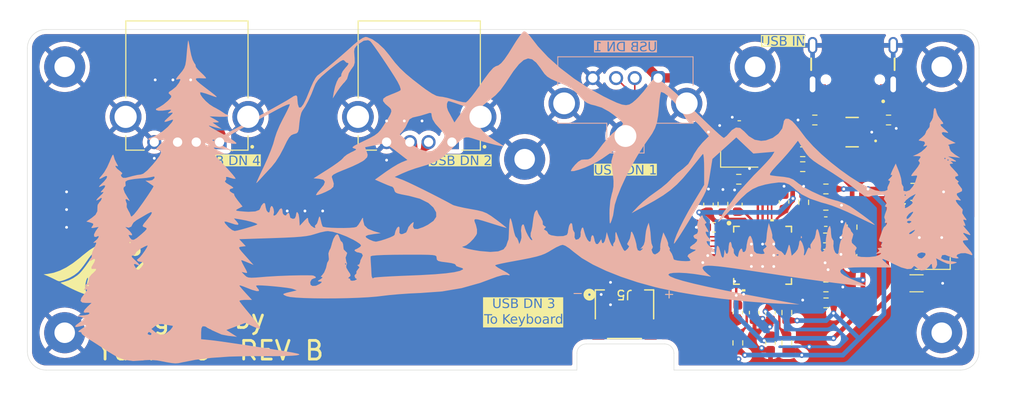
<source format=kicad_pcb>
(kicad_pcb (version 20240108) (generator "pcbnew") (generator_version "8.0")
  (layers (0 "F.Cu" signal) (1 "In1.Cu" signal) (2 "In2.Cu" signal) (31 "B.Cu" signal) (34 "B.Paste" user) (35 "F.Paste" user) (36 "B.SilkS" user "B.Silkscreen") (37 "F.SilkS" user "F.Silkscreen") (38 "B.Mask" user) (39 "F.Mask" user) (44 "Edge.Cuts" user))
  (net 0 "")
  (net 1 "GND")
  (net 2 "/XTALIN")
  (net 3 "/XTALOUT")
  (net 4 "+5V")
  (net 5 "+3V3")
  (net 6 "Net-(U1-PRTPWR1{slash}BC_EN1)")
  (net 7 "Net-(U1-PRTPWR2{slash}BC_EN2)")
  (net 8 "Net-(U1-PRTPWR3{slash}BC_EN3)")
  (net 9 "Net-(U1-PRTPWR4{slash}BC_EN4)")
  (net 10 "/USB_UP_RES_N")
  (net 11 "Net-(U1-HS_IND{slash}CFG_SEL1)")
  (net 12 "Net-(U1-SCL{slash}SMBCLK{slash}CFG_SEL0)")
  (net 13 "Net-(U1-SDA{slash}SMBDATA{slash}NON_REM1)")
  (net 14 "/RESET_N")
  (net 15 "/VBUS_DET")
  (net 16 "Net-(U1-SUSP_IND{slash}LOCAL_PWR{slash}NON_REM0)")
  (net 17 "Net-(U1-RBIAS)")
  (net 18 "Net-(J1-CC2)")
  (net 19 "Net-(J1-CC1)")
  (net 20 "Net-(U1-PLLFILT)")
  (net 21 "Net-(U1-CRFILT)")
  (net 22 "/USB_UP_RES_P")
  (net 24 "/USB_UP_P")
  (net 26 "/USB_UP_N")
  (net 31 "/USB_DOWN3_N")
  (net 32 "/USB_DOWN3_P")
  (net 33 "/USB_DOWN4_N")
  (net 34 "/USB_DOWN4_P")
  (net 35 "/USB_DOWN1_P")
  (net 36 "/USB_DOWN1_N")
  (net 37 "/USB_DOWN2_P")
  (net 38 "/USB_DOWN2_N")
  (footprint "Capacitor_SMD:C_0603_1608Metric" (layer "F.Cu") (at 161 57.25 90)
    (property "Reference" "C15" (hide yes))
    (property "Value" "1 uF")
  )
  (footprint "Resistor_SMD:R_0603_1608Metric" (layer "F.Cu") (at 173.5689 60.84)
    (property "Reference" "R6" (hide yes))
    (property "Value" "100K")
  )
  (footprint "MountingHole:MountingHole_2.2mm_M2_Pad" (layer "F.Cu") (at 92 42.5)
    (property "Reference" "H3" (hide yes))
    (property "Value" "MountingHole_Pad" (hide yes))
  )
  (footprint "MountingHole:MountingHole_2.2mm_M2_Pad" (layer "F.Cu") (at 92 71)
    (property "Reference" "H6" (hide yes))
    (property "Value" "MountingHole_Pad")
  )
  (footprint "USB4105_GF_A(2):GCT_USB4105-GF-A" (layer "F.Cu") (at 176.4775 40.2 180)
    (property "Reference" "J1" (hide yes))
    (property "Value" "USB4105-GF-A")
  )
  (footprint "UE27AC54100:AMPHENOL_UE27AC54100" (layer "F.Cu") (at 130 50.57 180)
    (property "Reference" "J3" (hide yes))
    (property "Value" "UE27AC54100")
  )
  (footprint "SM04B:CONN_SM04B-SRSS-TB_JST" (layer "F.Cu") (at 152 69.0159 180)
    (property "Reference" "J5")
    (property "Value" "SM04B-SRSS-TB")
  )
  (footprint "Capacitor_SMD:C_0603_1608Metric" (layer "F.Cu") (at 173.5839 64.38)
    (property "Reference" "C5" (hide yes))
    (property "Value" "0.1 uF")
  )
  (footprint "USB2514_AEZC_TR:QFN36_6X6MC_MCH" (layer "F.Cu") (at 166.8 62.7)
    (property "Reference" "U1" (hide yes))
    (property "Value" "USB2514B-AEZC-TR" (hide yes))
  )
  (footprint "Resistor_SMD:R_0603_1608Metric" (layer "F.Cu") (at 172.4 48.2)
    (property "Reference" "R16" (hide yes))
    (property "Value" "5.1K")
  )
  (footprint "Capacitor_SMD:C_0603_1608Metric" (layer "F.Cu") (at 164.1 57.25 90)
    (property "Reference" "C9" (hide yes))
    (property "Value" "0.1 uF")
  )
  (footprint "Resistor_SMD:R_0603_1608Metric" (layer "F.Cu") (at 173.588207 66.09)
    (property "Reference" "R8" (hide yes))
    (property "Value" "100K")
  )
  (footprint "MountingHole:MountingHole_2.2mm_M2_Pad" (layer "F.Cu") (at 186 71)
    (property "Reference" "H4" (hide yes))
    (property "Value" "MountingHole_Pad" (hide yes))
  )
  (footprint "UE27AC54100:AMPHENOL_UE27AC54100" (layer "F.Cu") (at 105.1 50.57 180)
    (property "Reference" "J4" (hide yes))
    (property "Value" "UE27AC54100")
  )
  (footprint "Capacitor_SMD:C_0603_1608Metric" (layer "F.Cu") (at 160.551 63.075 180)
    (property "Reference" "C1" (hide yes))
    (property "Value" "0.1 uF" (hide yes))
  )
  (footprint "Capacitor_SMD:C_0603_1608Metric" (layer "F.Cu") (at 165.8989 68.84 90)
    (property "Reference" "C10" (hide yes))
    (property "Value" "0.1 uF")
  )
  (footprint "Resistor_SMD:R_0603_1608Metric" (layer "F.Cu") (at 171.1 53.2)
    (property "Reference" "R5" (hide yes))
    (property "Value" "22")
  )
  (footprint "MountingHole:MountingHole_2.2mm_M2_Pad" (layer "F.Cu") (at 186 42.5)
    (property "Reference" "H1" (hide yes))
    (property "Value" "MountingHole_Pad")
  )
  (footprint "Resistor_SMD:R_0603_1608Metric" (layer "F.Cu") (at 171.209607 57.024293 90)
    (property "Reference" "R12" (hide yes))
    (property "Value" "100K")
  )
  (footprint "Capacitor_SMD:C_0603_1608Metric" (layer "F.Cu") (at 161.05 51.54 90)
    (property "Reference" "C11" (hide yes))
    (property "Value" "18 pF")
  )
  (footprint "Capacitor_SMD:C_1206_3216Metric" (layer "F.Cu") (at 183.4 55.9)
    (property "Reference" "C13" (hide yes))
    (property "Value" "0.47 uF")
  )
  (footprint "Resistor_SMD:R_0603_1608Metric" (layer "F.Cu") (at 173.5839 62.59)
    (property "Reference" "R7" (hide yes))
    (property "Value" "100K")
  )
  (footprint "Capacitor_SMD:C_0603_1608Metric" (layer "F.Cu") (at 161.6 59.7 180)
    (property "Reference" "C4" (hide yes))
    (property "Value" "0.1 uF" (hide yes))
  )
  (footprint "MountingHole:MountingHole_2.2mm_M2_Pad" (layer "F.Cu") (at 141.3 52.4)
    (property "Reference" "H2" (hide yes))
    (property "Value" "MountingHole_Pad" (hide yes))
  )
  (footprint "Resistor_SMD:R_0603_1608Metric" (layer "F.Cu") (at 169.3989 68.84 -90)
    (property "Reference" "R3" (hide yes))
    (property "Value" "100K")
  )
  (footprint "LOGO" (layer "F.Cu") (at 107.820507 67.435187)
    (property "Reference" "G***" (hide yes))
    (property "Value" "LOGO" (hide yes))
  )
  (footprint "Capacitor_SMD:C_0603_1608Metric" (layer "F.Cu") (at 169.1 56.975707 90)
    (property "Reference" "C6" (hide yes))
    (property "Value" "0.1 uF")
  )
  (footprint "Capacitor_SMD:C_1206_3216Metric" (layer "F.Cu") (at 183.3 65.7)
    (property "Reference" "C14" (hide yes))
    (property "Value" "33 uF")
  )
  (footprint "Resistor_SMD:R_0603_1608Metric" (layer "F.Cu") (at 164.25 54.55)
    (property "Reference" "R14" (hide yes))
    (property "Value" "1M")
  )
  (footprint "Capacitor_SMD:C_0603_1608Metric" (layer "F.Cu") (at 173.5739 59.09)
    (property "Reference" "C8" (hide yes))
    (property "Value" "0.1 uF")
  )
  (footprint "Resistor_SMD:R_0603_1608Metric" (layer "F.Cu") (at 176.3889 59.68 -90)
    (property "Reference" "R9" (hide yes))
    (property "Value" "100K")
  )
  (footprint "Resistor_SMD:R_0603_1608Metric" (layer "F.Cu") (at 173.6 67.8 180)
    (property "Reference" "R4" (hide yes))
    (property "Value" "100K")
  )
  (footprint "SRV05-4.TCT:SO6_SOT23-6L" (layer "F.Cu") (at 176.4 49.5 180)
    (property "Reference" "U4" (hide yes))
    (property "Value" "SRV05-4.TCT")
  )
  (footprint "Resistor_SMD:R_0603_1608Metric" (layer "F.Cu") (at 180.3 48.2 180)
    (property "Reference" "R15" (hide yes))
    (property "Value" "5.1K")
  )
  (footprint "Resistor_SMD:R_0603_1608Metric" (layer "F.Cu") (at 171.1 51.6)
    (property "Reference" "R17" (hide yes))
    (property "Value" "22")
  )
  (footprint "Capacitor_SMD:C_0603_1608Metric" (layer "F.Cu") (at 164.1489 68.84 -90)
    (property "Reference" "C2" (hide yes))
    (property "Value" "0.1 uF")
  )
  (footprint "Resistor_SMD:R_0603_1608Metric" (layer "F.Cu") (at 173.5889 55.59 180)
    (property "Reference" "R10" (hide yes))
    (property "Value" "100K")
  )
  (footprint "Resistor_SMD:R_0603_1608Metric" (layer "F.Cu") (at 162.55 57.25 90)
    (property "Reference" "R13" (hide yes))
    (property "Value" "12K")
  )
  (footprint "Resistor_SMD:R_0603_1608Metric" (layer "F.Cu") (at 164.1489 72.09 -90)
    (property "Reference" "R1" (hide yes))
    (property "Value" "100K")
  )
  (footprint "Capacitor_SMD:C_0603_1608Metric" (layer "F.Cu") (at 176.3889 62.75 -90)
    (property "Reference" "C7" (hide yes))
    (property "Value" "0.1 uF")
  )
  (footprint "Capacitor_SMD:C_0603_1608Metric" (layer "F.Cu") (at 164.3 48.79 180)
    (property "Reference" "C12" (hide yes))
    (property "Value" "18 pF")
  )
  (footprint "Capacitor_SMD:C_0603_1608Metric" (layer "F.Cu") (at 167.6489 68.84 -90)
    (property "Reference" "C3" (hide yes))
    (property "Value" "0.1 uF")
  )
  (footprint "Crystal:Crystal_SMD_Abracon_ABM8G-4Pin_3.2x2.5mm" (layer "F.Cu") (at 164.3 51.6)
    (property "Reference" "Y1" (hide yes))
    (property "Value" "ABM8-24.000MHZ-D1G-T" (hide yes))
  )
  (footprint "Resistor_SMD:R_0603_1608Metric" (layer "F.Cu") (at 169.4 72.09 -90)
    (property "Reference" "R2" (hide yes))
    (property "Value" "100K")
  )
  (footprint "MountingHole:MountingHole_2.2mm_M2_Pad" (layer "F.Cu") (at 166 42.5)
    (property "Reference" "H2" (hide yes))
    (property "Value" "MountingHole_Pad")
  )
  (footprint "Package_TO_SOT_SMD:SOT-223" (layer "F.Cu") (at 185 60.8)
    (property "Reference" "U2" (hide yes))
    (property "Value" "LM3940IMP-3.3/NOPB")
  )
  (footprint "Resistor_SMD:R_0603_1608Metric" (layer "F.Cu") (at 173.5789 57.34)
    (property "Reference" "R11" (hide yes))
    (property "Value" "100K")
  )
  (footprint "Capacitor_SMD:C_0603_1608Metric" (layer "F.Cu") (at 167.6489 72.09 -90)
    (property "Reference" "C16" (hide yes))
    (property "Value" "1 uF")
  )
  (footprint "LOGO" (layer "B.Cu") (at 141.2 56.5 180)
    (property "Reference" "G***" (hide yes))
    (property "Value" "LOGO" (hide yes))
  )
  (footprint "Numlocked:UBAS-4R-D14D-4D(LF)(SN)" (layer "B.Cu") (at 152.1 44.985 180)
    (property "Reference" "J2" (hide yes))
    (property "Value" "~")
  )
  (gr_circle (center 163.2 59.25) (end 163.2 59.45) (stroke (width 0.1)) (fill solid) (layer "F.SilkS"))
  (gr_line (start 146.9 73.2) (end 146.9 75) (stroke (width 0.05)) (layer "Edge.Cuts"))
  (gr_line (start 146.9 75) (end 90 75) (stroke (width 0.05)) (layer "Edge.Cuts"))
  (gr_arc (start 88 40.5) (mid 88.585786 39.085786) (end 90 38.5) (stroke (width 0.05)) (layer "Edge.Cuts"))
  (gr_arc (start 190 73) (mid 189.414214 74.414214) (end 188 75) (stroke (width 0.05)) (layer "Edge.Cuts"))
  (gr_line (start 88 40.5) (end 88 73) (stroke (width 0.05)) (layer "Edge.Cuts"))
  (gr_arc (start 146.9 73.2) (mid 147.192893 72.492893) (end 147.9 72.2) (stroke (width 0.05)) (layer "Edge.Cuts"))
  (gr_arc (start 156.3 72.2) (mid 157.007107 72.492893) (end 157.3 73.2) (stroke (width 0.05)) (layer "Edge.Cuts"))
  (gr_arc (start 188 38.5) (mid 189.414214 39.085786) (end 190 40.5) (stroke (width 0.05)) (layer "Edge.Cuts"))
  (gr_line (start 157.3 73.2) (end 157.3 75) (stroke (width 0.05)) (layer "Edge.Cuts"))
  (gr_line (start 188 38.5) (end 90 38.5) (stroke (width 0.05)) (layer "Edge.Cuts"))
  (gr_line (start 156.3 72.2) (end 147.9 72.2) (stroke (width 0.05)) (layer "Edge.Cuts"))
  (gr_line (start 157.3 75) (end 188 75) (stroke (width 0.05)) (layer "Edge.Cuts"))
  (gr_arc (start 90 75) (mid 88.585786 74.414214) (end 88 73) (stroke (width 0.05)) (layer "Edge.Cuts"))
  (gr_line (start 190 40.5) (end 190 73) (stroke (width 0.05)) (layer "Edge.Cuts"))
  (gr_text "USB DN 1" (at 152.1 41 0) (layer "B.SilkS" knockout) (effects (font (size 1 1)) (justify bottom mirror)))
  (gr_text "+" (at 156.1 67.4 0) (layer "B.SilkS") (effects (font (size 1 1) (thickness 0.1)) (justify left bottom)))
  (gr_text "-\n" (at 146.3 67.3 0) (layer "B.SilkS") (effects (font (size 1 1) (thickness 0.1)) (justify left bottom)))
  (gr_text "USB DN 1" (at 152.1 54.2 0) (layer "F.SilkS" knockout) (effects (font (size 1 1)) (justify bottom)))
  (gr_text "-\n" (at 146.3 67.3 0) (layer "F.SilkS") (effects (font (size 1 1) (thickness 0.1)) (justify left bottom)))
  (gr_text "Designed by" (at 95 70.7 0) (layer "F.SilkS") (effects (font (size 2 2) (thickness 0.3)) (justify left bottom)))
  (gr_text "USB IN" (at 169 40.4 0) (layer "F.SilkS" knockout) (effects (font (size 1 1)) (justify bottom)))
  (gr_text "USB DN 4" (at 109.6 53.2 0) (layer "F.SilkS" knockout) (effects (font (size 1 1)) (justify bottom)))
  (gr_text "+" (at 156.1 67.4 0) (layer "F.SilkS") (effects (font (size 1 1) (thickness 0.1)) (justify left bottom)))
  (gr_text "USB DN 2" (at 134.4 53.2 0) (layer "F.SilkS" knockout) (effects (font (size 1 1)) (justify bottom)))
  (gr_text "YuhKuro  REV B" (at 95.271816 74.082324 0) (layer "F.SilkS") (effects (font (size 2 2) (thickness 0.3)) (justify left bottom)))
  (gr_text "USB DN 3\nTo Keyboard" (at 141.2 70.2 0) (layer "F.SilkS" knockout) (effects (font (size 1 1)) (justify bottom)))
  (segment (start 174.413207 66.09) (end 175.39 66.09) (width 0.5) (layer "F.Cu") (net 1))
  (segment (start 163.8 65.5) (end 163.3239 65.9761) (width 0.3) (layer "F.Cu") (net 1))
  (segment (start 175.3 59.1) (end 175.38 59.1) (width 0.2) (layer "F.Cu") (net 1))
  (segment (start 175.29 59.09) (end 174.3489 59.09) (width 0.5) (layer "F.Cu") (net 1))
  (segment (start 171.2 55.3) (end 171.2 56.189686) (width 0.5) (layer "F.Cu") (net 1))
  (segment (start 166.8 69.5) (end 166.0139 69.5) (width 0.5) (layer "F.Cu") (net 1))
  (segment (start 162.2 48.79) (end 162.2 49.75) (width 0.5) (layer "F.Cu") (net 1))
  (segment (start 150.5 66.9174) (end 149.5174 66.9174) (width 0.5) (layer "F.Cu") (net 1))
  (segment (start 163.8 56.175) (end 164.1 56.475) (width 0.5) (layer "F.Cu") (net 1))
  (segment (start 162.2 49.75) (end 163.2 50.75) (width 0.5) (layer "F.Cu") (net 1))
  (segment (start 150.5 66.9174) (end 150.5 65.6) (width 0.5) (layer "F.Cu") (net 1))
  (segment (start 150.5 66.9174) (end 150.5 68) (width 0.5) (layer "F.Cu") (net 1))
  (segment (start 165.276 66.353756) (end 165.276 65.5448) (width 0.254) (layer "F.Cu") (net 1))
  (segment (start 160.182418 63.481418) (end 159.776 63.075) (width 0.3) (layer "F.Cu") (net 1))
  (segment (start 166.800011 69.499989) (end 166.8 69.5) (width 0.5) (layer "F.Cu") (net 1))
  (segment (start 171.575 48.2) (end 170.6 48.2) (width 0.5) (layer "F.Cu") (net 1))
  (segment (start 184.775 65.7) (end 186.1 65.7) (width 0.75) (layer "F.Cu") (net 1))
  (segment (start 180.7975 45.18) (end 180.7975 44.38) (width 1) (layer "F.Cu") (net 1))
  (segment (start 177.6446 49.5) (end 178.5 49.5) (width 0.5) (layer "F.Cu") (net 1))
  (segment (start 163.525 48.79) (end 163.525 47.925) (width 0.5) (layer "F.Cu") (net 1))
  (segment (start 166.924726 72.865) (end 167.6489 72.865) (width 0.5) (layer "F.Cu") (net 1))
  (segment (start 175.39 66.09) (end 175.4 66.1) (width 0.5) (layer "F.Cu") (net 1))
  (segment (start 181.125 49.1) (end 181.125 48.7) (width 0.5) (layer "F.Cu") (net 1))
  (segment (start 169.1 55.3) (end 169.1 56.200707) (width 0.5) (layer "F.Cu") (net 1))
  (segment (start 181.85 60.8) (end 183.6 60.8) (width 0.75) (layer "F.Cu") (net 1))
  (segment (start 167.6489 69.615) (end 167.6489 70.286587) (width 0.5) (layer "F.Cu") (net 1))
  (segment (start 188.15 60.8) (end 186 60.8) (width 0.75) (layer "F.Cu") (net 1))
  (segment (start 172.3025 44.38) (end 173.0775 45.155) (width 1) (layer "F.Cu") (net 1))
  (segment (start 175.3 59.1) (end 175.29 59.09) (width 0.5) (layer "F.Cu") (net 1))
  (segment (start 162.55 55.65) (end 162.55 56.425) (width 0.5) (layer "F.Cu") (net 1))
  (segment (start 180.7975 44.38) (end 180.6525 44.38) (width 1) (layer "F.Cu") (net 1))
  (segment (start 161 55.6) (end 161 56.475) (width 0.5) (layer "F.Cu") (net 1))
  (segment (start 175.2 60.8) (end 174.4339 60.8) (width 0.3) (layer "F.Cu") (net 1))
  (segment (start 159.7 59.7) (end 160.825 59.7) (width 0.5) (layer "F.Cu") (net 1))
  (segment (start 160.392909 63.481418) (end 160.182418 63.481418) (width 0.3) (layer "F.Cu") (net 1))
  (segment (start 173.819879 64.240783) (end 174.219683 64.240783) (width 0.5) (layer "F.Cu") (net 1))
  (segment (start 164.762767 66.866989) (end 165.276 66.353756) (width 0.254) (layer "F.Cu") (net 1))
  (segment (start 171.2 56.189686) (end 171.2089 56.198586) (width 0.5) (layer "F.Cu") (net 1))
  (segment (start 174.3939 60.84) (end 174.3939 62.575) (width 0.3) (layer "F.Cu") (net 1))
  (segment (start 163.3239 65.9761) (end 163.3239 68.79) (width 0.3) (layer "F.Cu") (net 1))
  (segment (start 149.5174 66.9174) (end 149.5 66.9) (width 0.5) (layer "F.Cu") (net 1))
  (segment (start 161 49.49) (end 161 50.715) (width 0.5) (layer "F.Cu") (net 1))
  (segment (start 163.3239 68.79) (end 164.1489 69.615) (width 0.3) (layer "F.Cu") (net 1))
  (segment (start 180.6525 44.38) (end 179.8775 45.155) (width 1) (layer "F.Cu") (net 1))
  (segment (start 172.1575 45.18) (end 172.1575 44.38) (width 1) (layer "F.Cu") (net 1))
  (segment (start 167.6489 70.286587) (end 167.570487 70.365) (width 0.5) (layer "F.Cu") (net 1))
  (segment (start 172.1575 44.38) (end 172.3025 44.38) (width 1) (layer "F.Cu") (net 1))
  (segment (start 163.8 55.7) (end 163.8 56.175) (width 0.5) (layer "F.Cu") (net 1))
  (segment (start 163.525 47.925) (end 163.55 47.9) (width 0.5) (layer "F.Cu") (net 1))
  (segment (start 184.875 55.9) (end 186.2 55.9) (width 0.75) (layer "F.Cu") (net 1))
  (segment (start 175.26 57.34) (end 174.4039 57.34) (width 0.5) (layer "F.Cu") (net 1))
  (segment (start 166.7 72.640274) (end 166.924726 72.865) (width 0.5) (layer "F.Cu") (net 1))
  (segment (start 165.4 53.4) (end 165.4 52.45) (width 0.5) (layer "F.Cu") (net 1))
  (segment (start 175.2 62.6) (end 174.4189 62.6) (width 0.3) (layer "F.Cu") (net 1))
  (segment (start 175.38 59.1) (end 175.39 59.09) (width 0.2) (layer "F.Cu") (net 1))
  (via (at 117.75 57.95) (size 0.7) (drill 0.3) (layers "F.Cu" "B.Cu") (net 1))
  (via (at 166.8 61.5) (size 0.7) (drill 0.3) (layers "F.Cu" "B.Cu") (net 1))
  (via (at 161 55.6) (size 0.7) (drill 0.3) (layers "F.Cu" "B.Cu") (net 1))
  (via (at 92.2 59.7) (size 0.7) (drill 0.3) (layers "F.Cu" "B.Cu") (net 1))
  (via (at 119.65 57.95) (size 0.7) (drill 0.3) (layers "F.Cu" "B.Cu") (net 1))
  (via (at 175.4 66.1) (size 0.7) (drill 0.3) (layers "F.Cu" "B.Cu") (net 1))
  (via (at 92.2 55.9) (size 0.7) (drill 0.3) (layers "F.Cu" "B.Cu") (net 1))
  (via (at 178.5 49.5) (size 0.6) (drill 0.3) (layers "F.Cu" "B.Cu") (net 1))
  (via (at 186 60.8) (size 0.6) (drill 0.3) (layers "F.Cu" "B.Cu") (net 1))
  (via (at 171.1 67.5) (size 0.6) (drill 0.3) (layers "F.Cu" "B.Cu") (net 1))
  (via (at 175.2 62.6) (size 0.7) (drill 0.3) (layers "F.Cu" "B.Cu") (net 1))
  (via (at 103.6 43.9) (size 0.7) (drill 0.3) (layers "F.Cu" "B.Cu") (net 1))
  (via (at 171.8 72.5) (size 0.6) (drill 0.3) (layers "F.Cu" "B.Cu") (net 1))
  (via (at 150.5 68) (size 0.6) (drill 0.3) (layers "F.Cu" "B.Cu") (net 1))
  (via (at 166.8 63.9) (size 0.7) (drill 0.3) (layers "F.Cu" "B.Cu") (net 1))
  (via (at 162.55 55.65) (size 0.7) (drill 0.3) (layers "F.Cu" "B.Cu") (net 1))
  (via (at 186.2 55.9) (size 0.6) (drill 0.3) (layers "F.Cu" "B.Cu") (net 1))
  (via (at 186.1 65.7) (size 0.6) (drill 0.3) (layers "F.Cu" "B.Cu") (net 1))
  (via (at 149.5 66.9) (size 0.6) (drill 0.3) (layers "F.Cu" "B.Cu") (net 1))
  (via (at 164.224008 73.82783) (size 0.6) (drill 0.3) (layers "F.Cu" "B.Cu") (net 1))
  (via (at 162.2 48.79) (size 0.7) (drill 0.3) (layers "F.Cu" "B.Cu") (net 1))
  (via (at 165.6 62.7) (size 0.7) (drill 0.3) (layers "F.Cu" "B.Cu") (net 1))
  (via (at 126.5 48.3) (size 0.7) (drill 0.3) (layers "F.Cu" "B.Cu") (net 1))
  (via (at 168 62.7) (size 0.7) (drill 0.3) (layers "F.Cu" "B.Cu") (net 1))
  (via (at 165.4 53.4) (size 0.7) (drill 0.3) (layers "F.Cu" "B.Cu") (net 1))
  (via (at 183.6 60.8) (size 0.6) (drill 0.3) (layers "F.Cu" "B.Cu") (net 1))
  (via (at 92.2 57.8) (size 0.7) (drill 0.3) (layers "F.Cu" "B.Cu") (net 1))
  (via (at 168 61.5) (size 0.7) (drill 0.3) (layers "F.Cu" "B.Cu") (net 1))
  (via (at 159.7 59.7) (size 0.7) (drill 0.3) (layers "F.Cu" "B.Cu") (net 1))
  (via (at 163.8 55.7) (size 0.6) (drill 0.3) (layers "F.Cu" "B.Cu") (net 1))
  (via (at 169.1 55.3) (size 0.7) (drill 0.3) (layers "F.Cu" "B.Cu") (net 1))
  (via (at 175.26 57.34) (size 0.6) (drill 0.3) (layers "F.Cu" "B.Cu") (net 1))
  (via (at 163.8 65.5) (size 0.6) (drill 0.3) (layers "F.Cu" "B.Cu") (net 1))
  (via (at 165.6 63.9) (size 0.7) (drill 0.3) (layers "F.Cu" "B.Cu") (net 1))
  (via (at 171.2 55.3) (size 0.7) (drill 0.3) (layers "F.Cu" "B.Cu") (net 1))
  (via (at 166.800011 69.499989) (size 0.6) (drill 0.3) (layers "F.Cu" "B.Cu") (net 1))
  (via (at 105.5 43.9) (size 0.7) (drill 0.3) (layers "F.Cu" "B.Cu") (net 1))
  (via (at 167.570487 70.365) (size 0.6) (drill 0.3) (layers "F.Cu" "B.Cu") (net 1))
  (via (at 101.7 43.9) (size 0.7) (drill 0.3) (layers "F.Cu" "B.Cu") (net 1))
  (via (at 164.762767 66.866989) (size 0.6) (drill 0.3) (layers "F.Cu" "B.Cu") (net 1))
  (via (at 170.6 48.2) (size 0.7) (drill 0.3) (layers "F.Cu" "B.Cu") (net 1))
  (via (at 115.85 57.95) (size 0.7) (drill 0.3) (layers "F.Cu" "B.Cu") (net 1))
  (via (at 126.5 52.5) (size 0.7) (drill 0.3) (layers "F.Cu" "B.Cu") (net 1))
  (via (at 163.55 47.9) (size 0.7) (drill 0.3) (layers "F.Cu" "B.Cu") (net 1))
  (via (at 161 49.49) (size 0.7) (drill 0.3) (layers "F.Cu" "B.Cu") (net 1))
  (via (at 166.7 72.640274) (size 0.6) (drill 0.3) (layers "F.Cu" "B.Cu") (net 1))
  (via (at 128.4 48.3) (size 0.7) (drill 0.3) (layers "F.Cu" "B.Cu") (net 1))
  (via (at 175.2 60.8) (size 0.6) (drill 0.3) (layers "F.Cu" "B.Cu") (net 1))
  (via (at 181.125 49.1) (size 0.6) (drill 0.3) (layers "F.Cu" "B.Cu") (net 1))
  (via (at 101.6 52.3) (size 0.7) (drill 0.3) (layers "F.Cu" "B.Cu") (net 1))
  (via (at 175.3 59.1) (size 0.6) (drill 0.3) (layers "F.Cu" "B.Cu") (net 1))
  (via (at 165.6 61.5) (size 0.7) (drill 0.3) (layers "F.Cu" "B.Cu") (net 1))
  (via (at 173.819879 64.240783) (size 0.6) (drill 0.3) (layers "F.Cu" "B.Cu") (net 1))
  (via (at 160.392909 63.481418) (size 0.6) (drill 0.3) (layers "F.Cu" "B.Cu") (net 1))
  (via (at 150.5 65.6) (size 0.6) (drill 0.3) (layers "F.Cu" "B.Cu") (net 1))
  (via (at 130.3 48.3) (size 0.7) (drill 0.3) (layers "F.Cu" "B.Cu") (net 1))
  (via (at 168 63.9) (size 0.7) (drill 0.3) (layers "F.Cu" "B.Cu") (net 1))
  (segment (start 163.2 52.45) (end 161.185 52.45) (width 0.254) (layer "F.Cu") (net 2))
  (segment (start 166.292 57.142) (end 163.7 54.55) (width 0.254) (layer "F.Cu") (net 2))
  (segment (start 166.292 59.8552) (end 166.292 57.142) (width 0.254) (layer "F.Cu") (net 2))
  (segment (start 163.425 54.55) (end 163.425 52.675) (width 0.254) (layer "F.Cu") (net 2))
  (segment (start 164.373 51.427) (end 165.05 50.75) (width 0.254) (layer "F.Cu") (net 3))
  (segment (start 165.075 54.55) (end 164.373 53.848) (width 0.254) (layer "F.Cu") (net 3))
  (segment (start 165.075 48.79) (end 165.075 50.425) (width 0.254) (layer "F.Cu") (net 3))
  (segment (start 166.8 56.25) (end 165.1 54.55) (width 0.254) (layer "F.Cu") (net 3))
  (segment (start 164.373 53.848) (end 164.373 51.427) (width 0.254) (layer "F.Cu") (net 3))
  (segment (start 166.8 59.8552) (end 166.8 56.25) (width 0.254) (layer "F.Cu") (net 3))
  (segment (start 100 41.2) (end 94.2 47) (width 1) (layer "F.Cu") (net 4))
  (segment (start 182.6 47.425) (end 182.6 43.935444) (width 1) (layer "F.Cu") (net 4))
  (segment (start 174.425 67.8) (end 174.425 68.875) (width 0.5) (layer "F.Cu") (net 4))
  (segment (start 94.2 54.8) (end 103.7 64.3) (width 1) (layer "F.Cu") (net 4))
  (segment (start 160.985 43.685) (end 155.6 43.685) (width 1) (layer "F.Cu") (net 4))
  (segment (start 182.6 43.935444) (end 181.294556 42.63) (width 1) (layer "F.Cu") (net 4))
  (segment (start 164.415 72.915) (end 164.1489 72.915) (width 0.5) (layer "F.Cu") (net 4))
  (segment (start 111.7 41.2) (end 100 41.2) (width 1) (layer "F.Cu") (net 4))
  (segment (start 174.4139 55.59) (end 175.49 55.59) (width 0.5) (layer "F.Cu") (net 4))
  (segment (start 170.5 69.7) (end 169.4339 69.7) (width 0.5) (layer "F.Cu") (net 4))
  (segment (start 169.5 46.1) (end 169.1 46.5) (width 0.5) (layer "F.Cu") (net 4))
  (segment (start 169.4339 69.7) (end 169.3989 69.665) (width 0.5) (layer "F.Cu") (net 4))
  (segment (start 108.5 44.4) (end 111.7 41.2) (width 1) (layer "F.Cu") (net 4))
  (segment (start 181.294556 42.63) (end 170.87 42.63) (width 1) (layer "F.Cu") (net 4))
  (segment (start 173.3 46.5) (end 169.9 46.5) (width 1) (layer "F.Cu") (net 4))
  (segment (start 170.87 42.63) (end 169.9 43.6) (width 1) (layer "F.Cu") (net 4))
  (segment (start 169.1 48.9) (end 169.7 49.5) (width 0.5) (layer "F.Cu") (net 4))
  (segment (start 178.8775 44.955) (end 178.8775 46.1) (width 0.5) (layer "F.Cu") (net 4))
  (segment (start 169.9 45.7) (end 169.5 46.1) (width 1) (layer "F.Cu") (net 4))
  (segment (start 169.5 46.1) (end 163.4 46.1) (width 1) (layer "F.Cu") (net 4))
  (segment (start 181.85 58.5) (end 181.85 55.975) (width 0.75) (layer "F.Cu") (net 4))
  (segment (start 182.6 52.325) (end 181.925 53) (width 1) (layer "F.Cu") (net 4))
  (segment (start 111.7 41.2) (end 121.2 41.2) (width 1) (layer "F.Cu") (net 4))
  (segment (start 103.7 64.3) (end 152.387499 64.3) (width 1) (layer "F.Cu") (net 4))
  (segment (start 175.49 55.59) (end 175.5 55.6) (width 0.5) (layer "F.Cu") (net 4))
  (segment (start 182.6 47.425) (end 182.6 52.325) (width 1) (layer "F.Cu") (net 4))
  (segment (start 169.9 46.5) (end 169.5 46.1) (width 1) (layer "F.Cu") (net 4))
  (segment (start 182.6 47.425) (end 181.575 46.4) (width 1) (layer "F.Cu") (net 4))
  (segment (start 173.3 46.5) (end 174.0775 45.7225) (width 0.5) (layer "F.Cu") (net 4))
  (segment (start 181.85 55.975) (end 181.925 55.9) (width 0.75) (layer "F.Cu") (net 4))
  (segment (start 174.0775 45.7225) (end 174.0775 44.955) (width 0.5) (layer "F.Cu") (net 4))
  (segment (start 155.6 43.685) (end 153.215 41.3) (width 1) (layer "F.Cu") (net 4))
  (segment (start 169.1 46.5) (end 169.1 48.9) (width 0.5) (layer "F.Cu") (net 4))
  (segment (start 164.9 73.4) (end 164.415 72.915) (width 0.5) (layer "F.Cu") (net 4))
  (segment (start 174.425 68.875) (end 174.4 68.9) (width 0.5) (layer "F.Cu") (net 4))
  (segment (start 136.1 41.3) (end 133.5 43.9) (width 1) (layer "F.Cu") (net 4))
  (segment (start 108.5 50.47) (end 108.5 44.4) (width 1) (layer "F.Cu") (net 4))
  (segment (start 130.8 41.2) (end 121.2 41.2) (width 1) (layer "F.Cu") (net 4))
  (segment (start 181.925 53) (end 181.925 55.9) (width 1) (layer "F.Cu") (net 4))
  (segment (start 153.530199 65.4427) (end 153.530199 66.9174) (width 1) (layer "F.Cu") (net 4))
  (segment (start 181.575 46.4) (end 179.1775 46.4) (width 1) (layer "F.Cu") (net 4))
  (segment (start 152.387499 64.3) (end 153.530199 65.4427) (width 1) (layer "F.Cu") (net 4))
  (segment (start 169.415 72.9) (end 169.4 72.915) (width 0.5) (layer "F.Cu") (net 4))
  (segment (start 133.5 43.9) (end 130.8 41.2) (width 1) (layer "F.Cu") (net 4))
  (segment (start 179.1775 46.4) (end 178.8775 46.1) (width 1) (layer "F.Cu") (net 4))
  (segment (start 181.625 55.6) (end 181.925 55.9) (width 0.5) (layer "F.Cu") (net 4))
  (segment (start 94.2 47) (end 94.2 54.8) (width 1) (layer "F.Cu") (net 4))
  (segment (start 153.215 41.3) (end 136.1 41.3) (width 1) (layer "F.Cu") (net 4))
  (segment (start 133.5 43.9) (end 133.5 50.57) (width 1) (layer "F.Cu") (net 4))
  (segment (start 163.4 46.1) (end 160.985 43.685) (width 1) (layer "F.Cu") (net 4))
  (segment (start 169.7 49.5) (end 175.1554 49.5) (width 0.5) (layer "F.Cu") (net 4))
  (segment (start 169.9 43.6) (end 169.9 45.7) (width 1) (layer "F.Cu") (net 4))
  (segment (start 178.1 55.6) (end 181.625 55.6) (width 0.5) (layer "F.Cu") (net 4))
  (segment (start 171 73.4) (end 170.5 72.9) (width 0.5) (layer "F.Cu") (net 4))
  (segment (start 170.5 72.9) (end 169.415 72.9) (width 0.5) (layer "F.Cu") (net 4))
  (via (at 178.1 55.6) (size 0.6) (drill 0.3) (layers "F.Cu" "B.Cu") (net 4))
  (via (at 171 73.4) (size 0.6) (drill 0.3) (layers "F.Cu" "B.Cu") (net 4))
  (via (at 175.5 55.6) (size 0.6) (drill 0.3) (layers "F.Cu" "B.Cu") (net 4))
  (via (at 170.5 69.7) (size 0.6) (drill 0.3) (layers "F.Cu" "B.Cu") (net 4))
  (via (at 164.9 73.4) (size 0.6) (drill 0.3) (layers "F.Cu" "B.Cu") (net 4))
  (via (at 174.4 68.9) (size 0.6) (drill 0.3) (layers "F.Cu" "B.Cu") (net 4))
  (segment (start 179.8 57.3) (end 179.8 69) (width 0.5) (layer "B.Cu") (net 4))
  (segment (start 175.4 73.4) (end 171 73.4) (width 0.5) (layer "B.Cu") (net 4))
  (segment (start 179.8 69) (end 177.685 71.115) (width 0.5) (layer "B.Cu") (net 4))
  (segment (start 170.5 69.7) (end 173.6 69.7) (width 0.5) (layer "B.Cu") (net 4))
  (segment (start 175.5 55.6) (end 178.1 55.6) (width 0.5) (layer "B.Cu") (net 4))
  (segment (start 177.685 71.115) (end 177.15 71.65) (width 0.5) (layer "B.Cu") (net 4))
  (segment (start 177.685 71.115) (end 175.4 73.4) (width 0.5) (layer "B.Cu") (net 4))
  (segment (start 170.990274 73.390274) (end 171 73.4) (width 0.5) (layer "B.Cu") (net 4))
  (segment (start 173.6 69.7) (end 174.4 68.9) (width 0.5) (layer "B.Cu") (net 4))
  (segment (start 177.15 71.65) (end 174.4 68.9) (width 0.5) (layer "B.Cu") (net 4))
  (segment (start 178.1 55.6) (end 179.8 57.3) (width 0.5) (layer "B.Cu") (net 4))
  (segment (start 164.9 73.4) (end 164.909726 73.390274) (width 0.5) (layer "B.Cu") (net 4))
  (segment (start 164.909726 73.390274) (end 170.990274 73.390274) (width 0.5) (layer "B.Cu") (net 4))
  (segment (start 174.4 71.6) (end 177.55 68.45) (width 0.5) (layer "F.Cu") (net 5))
  (segment (start 163.9552 62.7) (end 160.925 62.7) (width 0.254) (layer "F.Cu") (net 5))
  (segment (start 171.286712 62.7) (end 172.8089 64.222188) (width 0.254) (layer "F.Cu") (net 5))
  (segment (start 163.9739 67) (end 164 67.0261) (width 0.5) (layer "F.Cu") (net 5))
  (segment (start 177.55 68.45) (end 177.55 65.35) (width 0.5) (layer "F.Cu") (net 5))
  (segment (start 164.768 65.5448) (end 164.6552 65.5448) (width 0.254) (layer "F.Cu") (net 5))
  (segment (start 169.6448 62.7) (end 171.286712 62.7) (width 0.254) (layer "F.Cu") (net 5))
  (segment (start 161.269614 63.075) (end 161.326 63.075) (width 0.5) (layer "F.Cu") (net 5))
  (segment (start 167.10064 68.61326) (end 167.6489 68.065) (width 0.5) (layer "F.Cu") (net 5))
  (segment (start 167.308 67.7241) (end 167.6489 68.065) (width 0.254) (layer "F.Cu") (net 5))
  (segment (start 181.825 65.7) (end 179.075 68.45) (width 0.5) (layer "F.Cu") (net 5))
  (segment (start 162.375 59.7) (end 161 58.325) (width 0.5) (layer "F.Cu") (net 5))
  (segment (start 176.4 55.4) (end 175.3 54.3) (width 0.5) (layer "F.Cu") (net 5))
  (segment (start 170.025 56.825707) (end 169.1 57.750707) (width 0.5) (layer "F.Cu") (net 5))
  (segment (start 161 58.325) (end 161 58.025) (width 0.5) (layer "F.Cu") (net 5))
  (segment (start 167.308 65.5448) (end 167.308 67.7241) (width 0.254) (layer "F.Cu") (net 5))
  (segment (start 168.324 58.789288) (end 169.1 58.013288) (width 0.254) (layer "F.Cu") (net 5))
  (segment (start 164.6552 65.5448) (end 163.9739 66.2261) (width 0.254) (layer "F.Cu") (net 5))
  (segment (start 181.825 63.125) (end 181.85 63.1) (width 0.75) (layer "F.Cu") (net 5))
  (segment (start 170.025 54.875) (end 170.025 56.825707) (width 0.5) (layer "F.Cu") (net 5))
  (segment (start 172.8089 64.1911) (end 173.5 63.5) (width 0.5) (layer "F.Cu") (net 5))
  (segment (start 177.55 65.35) (end 177.55 58.15) (width 0.5) (layer "F.Cu") (net 5))
  (segment (start 176.4 58.8439) (end 176.4 55.4) (width 0.5) (layer "F.Cu") (net 5))
  (segment (start 166.973629 71.840271) (end 167.4989 71.315) (width 0.5) (layer "F.Cu") (net 5))
  (segment (start 175.3 54.3) (end 170.6 54.3) (width 0.5) (layer "F.Cu") (net 5))
  (segment (start 181.825 65.7) (end 181.825 63.125) (width 0.75) (layer "F.Cu") (net 5))
  (segment (start 163.9739 67.89) (end 164.1489 68.065) (width 0.254) (layer "F.Cu") (net 5))
  (segment (start 164.768 59.8552) (end 162.5302 59.8552) (width 0.254) (layer "F.Cu") (net 5))
  (segment (start 168.324 59.8552) (end 168.324 58.789288) (width 0.254) (layer "F.Cu") (net 5))
  (segment (start 160 58.1) (end 160.925 58.1) (width 0.5) (layer "F.Cu") (net 5))
  (segment (start 163.9739 66.2261) (end 163.9739 67.89) (width 0.254) (layer "F.Cu") (net 5))
  (segment (start 164 67.0261) (end 164 67.9161) (width 0.5) (layer "F.Cu") (net 5))
  (segment (start 167.10064 68.724509) (end 167.10064 68.61326) (width 0.5) (layer "F.Cu") (net 5))
  (segment (start 170.6 54.3) (end 170.025 54.875) (width 0.5) (layer "F.Cu") (net 5))
  (segment (start 160.925 62.730386) (end 161.269614 63.075) (width 0.5) (layer "F.Cu") (net 5))
  (segment (start 177.55 58.15) (end 176.4 57) (width 0.5) (layer "F.Cu") (net 5))
  (segment (start 179.075 68.45) (end 177.55 68.45) (width 0.5) (layer "F.Cu") (net 5))
  (via (at 174.4 71.6) (size 0.6) (drill 0.3) (layers "F.Cu" "B.Cu") (net 5))
  (via (at 160.925 62.730386) (size 0.6) (drill 0.3) (layers "F.Cu" "B.Cu") (net 5))
  (via (at 166.973629 71.840271) (size 0.6) (drill 0.3) (layers "F.Cu" "B.Cu") (net 5))
  (via (at 177.55 65.35) (size 0.6) (drill 0.3) (layers "F.Cu" "B.Cu") (net 5))
  (via (at 167.10064 68.724509) (size 0.6) (drill 0.3) (layers "F.Cu" "B.Cu") (net 5))
  (via (at 173.5 63.5) (size 0.6) (drill 0.3) (layers "F.Cu" "B.Cu") (net 5))
  (via (at 163.9739 67) (size 0.6) (drill 0.3) (layers "F.Cu" "B.Cu") (net 5))
  (via (at 170.052781 56.608819) (size 0.6) (drill 0.3) (layers "F.Cu" "B.Cu") (net 5))
  (via (at 160 58.1) (size 0.6) (drill 0.3) (layers "F.Cu" "B.Cu") (net 5))
  (segment (start 167.0139 71.8) (end 168.1 71.8) (width 0.5) (layer "B.Cu") (net 5))
  (segment (start 166.7 71.840271) (end 163.9739 69.114171) (width 0.5) (layer "B.Cu") (net 5))
  (segment (start 174.4 71.6) (end 168.3 71.6) (width 0.5) (layer "B.Cu") (net 5))
  (segment (start 177.55 65.35) (end 176.15 65.35) (width 0.5) (layer "B.Cu") (net 5))
  (segment (start 166.973629 71.840271) (end 166.7 71.840271) (width 0.5) (layer "B.Cu") (net 5))
  (segment (start 168.5616 58.1) (end 170.052781 56.608819) (width 0.5) (layer "B.Cu") (net 5))
  (segment (start 168.1 71.8) (end 168.3 71.6) (width 0.5) (layer "B.Cu") (net 5))
  (segment (start 173.509217 63.490783) (end 173.5 63.5) (width 0.5) (layer "B.Cu") (net 5))
  (segment (start 168.320487 69.944356) (end 167.10064 68.724509) (width 0.5) (layer "B.Cu") (net 5))
  (segment (start 168.320487 71.579513) (end 168.3 71.6) (width 0.5) (layer "B.Cu") (net 5))
  (segment (start 160.925 62.730386) (end 160.9 62.705386) (width 0.5) (layer "B.Cu") (net 5))
  (segment (start 163.9739 69.114171) (end 163.9739 67) (width 0.5) (layer "B.Cu") (net 5))
  (segment (start 160.9 62.705386) (end 160.9 59) (width 0.5) (layer "B.Cu") (net 5))
  (segment (start 166.973629 71.840271) (end 167.0139 71.8) (width 0.5) (layer "B.Cu") (net 5))
  (segment (start 174.290783 63.490783) (end 173.509217 63.490783) (width 0.5) (layer "B.Cu") (net 5))
  (segment (start 168.320487 69.944356) (end 168.320487 71.579513) (width 0.5) (layer "B.Cu") (net 5))
  (segment (start 160.9 59) (end 160 58.1) (width 0.5) (layer "B.Cu") (net 5))
  (segment (start 176.15 65.35) (end 174.290783 63.490783) (width 0.5) (layer "B.Cu") (net 5))
  (segment (start 160 58.1) (end 168.5616 58.1) (width 0.5) (layer "B.Cu") (net 5))
  (segment (start 165.0969 70.317) (end 165.0969 67.5531) (width 0.254) (layer "F.Cu") (net 6))
  (segment (start 165.0969 67.5531) (end 165.784 66.866) (width 0.254) (layer "F.Cu") (net 6))
  (segment (start 164.1489 71.265) (end 165.0969 70.317) (width 0.254) (layer "F.Cu") (net 6))
  (segment (start 165.784 66.866) (end 165.784 65.5448) (width 0.254) (layer "F.Cu") (net 6))
  (segment (start 168.5969 70.4619) (end 169.4 71.265) (width 0.254) (layer "F.Cu") (net 7))
  (segment (start 167.816 66.9191) (end 168.5969 67.7) (width 0.254) (layer "F.Cu") (net 7))
  (segment (start 168.5969 67.7) (end 168.5969 70.4619) (width 0.254) (layer "F.Cu") (net 7))
  (segment (start 167.816 65.5448) (end 167.816 66.9191) (width 0.254) (layer "F.Cu") (net 7))
  (segment (start 168.832 66.632) (end 169.3989 67.1989) (width 0.254) (layer "F.Cu") (net 8))
  (segment (start 168.832 65.5448) (end 168.832 66.632) (width 0.254) (layer "F.Cu") (net 8))
  (segment (start 169.3989 67.1989) (end 169.3989 68.015) (width 0.254) (layer "F.Cu") (net 8))
  (segment (start 171.2 65) (end 171.2 66.225) (width 0.254) (layer "F.Cu") (net 9))
  (segment (start 171.2 66.225) (end 172.775 67.8) (width 0.254) (layer "F.Cu") (net 9))
  (segment (start 170.424 64.224) (end 169.6448 64.224) (width 0.254) (layer "F.Cu") (net 9))
  (segment (start 171.2 65) (end 170.424 64.224) (width 0.254) (layer "F.Cu") (net 9))
  (segment (start 170.275 53.2) (end 169.265273 53.2) (width 0.167386) (layer "F.Cu") (net 10))
  (segment (start 169.265273 53.2) (end 167.770693 54.69458) (width 0.167386) (layer "F.Cu") (net 10))
  (segment (start 167.770693 59.809893) (end 167.816 59.8552) (width 0.167386) (layer "F.Cu") (net 10))
  (segment (start 167.770693 54.69458) (end 167.770693 59.809893) (width 0.167386) (layer "F.Cu") (net 10))
  (segment (start 171.066 61.684) (end 171.91 60.84) (width 0.254) (layer "F.Cu") (net 11))
  (segment (start 169.6448 61.684) (end 171.066 61.684) (width 0.254) (layer "F.Cu") (net 11))
  (segment (start 171.91 60.84) (end 172.7439 60.84) (width 0.254) (layer "F.Cu") (net 11))
  (segment (start 172.7589 62.59) (end 172.3609 62.192) (width 0.254) (layer "F.Cu") (net 12))
  (segment (start 172.3609 62.192) (end 169.6448 62.192) (width 0.254) (layer "F.Cu") (net 12))
  (segment (start 172.763207 66.09) (end 171.95 65.276793) (width 0.254) (layer "F.Cu") (net 13))
  (segment (start 171.95 64.25) (end 170.908 63.208) (width 0.254) (layer "F.Cu") (net 13))
  (segment (start 171.95 65.276793) (end 171.95 64.25) (width 0.254) (layer "F.Cu") (net 13))
  (segment (start 170.908 63.208) (end 169.6448 63.208) (width 0.254) (layer "F.Cu") (net 13))
  (segment (start 175.8339 59.95) (end 176.3889 60.505) (width 0.254) (layer "F.Cu") (net 14))
  (segment (start 170.724 61.176) (end 171.95 59.95) (width 0.254) (layer "F.Cu") (net 14))
  (segment (start 169.6448 61.176) (end 170.724 61.176) (width 0.254) (layer "F.Cu") (net 14))
  (segment (start 171.95 59.95) (end 175.8339 59.95) (width 0.254) (layer "F.Cu") (net 14))
  (segment (start 176.3889 60.505) (end 176.3889 61.975) (width 0.5) (layer "F.Cu") (net 14))
  (segment (start 172.0102 59.09) (end 172.7989 59.09) (width 0.254) (layer "F.Cu") (net 15))
  (segment (start 170.4322 60.668) (end 172.0102 59.09) (width 0.254) (layer "F.Cu") (net 15))
  (segment (start 169.6448 60.668) (end 170.4322 60.668) (width 0.254) (layer "F.Cu") (net 15))
  (segment (start 172.7639 55.59) (end 172.7639 59.055) (width 0.254) (layer "F.Cu") (net 15))
  (segment (start 168.832 59.668) (end 170.650707 57.849293) (width 0.254) (layer "F.Cu") (net 16))
  (segment (start 170.650707 57.849293) (end 171.209607 57.849293) (width 0.254) (layer "F.Cu") (net 16))
  (segment (start 165.276 59.176) (end 164.902 58.802) (width 0.254) (layer "F.Cu") (net 17))
  (segment (start 163.166486 58.802) (end 162.55 58.185514) (width 0.254) (layer "F.Cu") (net 17))
  (segment (start 164.902 58.802) (end 163.166486 58.802) (width 0.254) (layer "F.Cu") (net 17))
  (segment (start 165.276 59.8552) (end 165.276 59.176) (width 0.254) (layer "F.Cu") (net 17))
  (segment (start 174.7275 46.6975) (end 174.7275 44.955) (width 0.3) (layer "F.Cu") (net 18))
  (segment (start 173.225 48.2) (end 174.7275 46.6975) (width 0.3) (layer "F.Cu") (net 18))
  (segment (start 179.475 48.2) (end 177.7275 46.4525) (width 0.3) (layer "F.Cu") (net 19))
  (segment (start 177.7275 46.4525) (end 177.7275 44.955) (width 0.3) (layer "F.Cu") (net 19))
  (segment (start 164.773 58.025) (end 164.1 58.025) (width 0.254) (layer "F.Cu") (net 20))
  (segment (start 165.784 59.036) (end 164.773 58.025) (width 0.254) (layer "F.Cu") (net 20))
  (segment (start 165.784 59.8552) (end 165.784 59.036) (width 0.254) (layer "F.Cu") (net 20))
  (segment (start 166.8 67.1639) (end 165.8989 68.065) (width 0.254) (layer "F.Cu") (net 21))
  (segment (start 166.8 65.5448) (end 166.8 67.1639) (width 0.254) (layer "F.Cu") (net 21))
  (segment (start 167.353307 59.809893) (end 167.308 59.8552) (width 0.167386) (layer "F.Cu") (net 22))
  (segment (start 170.275 51.6) (end 167.353307 54.521693) (width 0.167386) (layer "F.Cu") (net 22))
  (segment (start 167.353307 54.521693) (end 167.353307 59.809893) (width 0.167386) (layer "F.Cu") (net 22))
  (segment (start 171.925 51.6) (end 173.107614 52.782614) (width 0.167386) (layer "F.Cu") (net 24))
  (segment (start 176.191307 46.813555) (end 176.7275 46.277362) (width 0.167386) (layer "F.Cu") (net 24))
  (segment (start 175.3398 50.4398) (end 175.1554 50.4398) (width 0.167386) (layer "F.Cu") (net 24))
  (segment (start 176.7275 46.277362) (end 176.7275 44.955) (width 0.167386) (layer "F.Cu") (net 24))
  (segment (start 176.191307 51.913555) (end 176.191307 51.291307) (width 0.167386) (layer "F.Cu") (net 24))
  (segment (start 175.1554 50.4398) (end 175.6602 50.4398) (width 0.167386) (layer "F.Cu") (net 24))
  (segment (start 175.322248 52.782614) (end 176.191307 51.913555) (width 0.167386) (layer "F.Cu") (net 24))
  (segment (start 175.7275 44.955) (end 175.7275 45.78) (width 0.167386) (layer "F.Cu") (net 24))
  (segment (start 173.107614 52.782614) (end 175.322248 52.782614) (width 0.167386) (layer "F.Cu") (net 24))
  (segment (start 175.6602 50.4398) (end 176.191307 49.908693) (width 0.167386) (layer "F.Cu") (net 24))
  (segment (start 175.7275 45.78) (end 175.9475 46) (width 0.167386) (layer "F.Cu") (net 24))
  (segment (start 176.5075 46) (end 176.7275 45.78) (width 0.167386) (layer "F.Cu") (net 24))
  (segment (start 176.191307 49.908693) (end 176.191307 46.813555) (width 0.167386) (layer "F.Cu") (net 24))
  (segment (start 176.191307 51.291307) (end 175.3398 50.4398) (width 0.167386) (layer "F.Cu") (net 24))
  (segment (start 176.7275 45.78) (end 176.7275 44.955) (width 0.167386) (layer "F.Cu") (net 24))
  (segment (start 175.9475 46) (end 176.5075 46) (width 0.167386) (layer "F.Cu") (net 24))
  (segment (start 176.608693 52.086445) (end 176.608693 51.291307) (width 0.167386) (layer "F.Cu") (net 26))
  (segment (start 171.925 53.2) (end 175.495138 53.2) (width 0.167386) (layer "F.Cu") (net 26))
  (segment (start 176.2275 44.13) (end 176.2275 44.955) (width 0.167386) (layer "F.Cu") (net 26))
  (segment (start 177.166114 50.4398) (end 176.608693 49.882379) (width 0.167386) (layer "F.Cu") (net 26))
  (segment (start 177.4602 50.4398) (end 177.6446 50.4398) (width 0.167386) (layer "F.Cu") (net 26))
  (segment (start 176.608693 51.291307) (end 177.4602 50.4398) (width 0.167386) (layer "F.Cu") (net 26))
  (segment (start 176.9975 43.9) (end 176.4575 43.9) (width 0.167386) (layer "F.Cu") (net 26))
  (segment (start 177.2275 44.955) (end 177.2275 44.13) (width 0.167386) (layer "F.Cu") (net 26))
  (segment (start 175.495138 53.2) (end 176.608693 52.086445) (width 0.167386) (layer "F.Cu") (net 26))
  (segment (start 177.2275 44.13) (end 176.9975 43.9) (width 0.167386) (layer "F.Cu") (net 26))
  (segment (start 176.4575 43.9) (end 176.2275 44.13) (width 0.167386) (layer "F.Cu") (net 26))
  (segment (start 176.608693 49.882379) (end 176.608693 46.986445) (width 0.167386) (layer "F.Cu") (net 26))
  (segment (start 177.2275 46.367638) (end 176.608693 46.986445) (width 0.167386) (layer "F.Cu") (net 26))
  (segment (start 177.2275 44.955) (end 177.2275 46.367638) (width 0.167386) (layer "F.Cu") (net 26))
  (segment (start 177.6446 50.4398) (end 177.166114 50.4398) (width 0.167386) (layer "F.Cu") (net 26))
  (segment (start 156.486445 61.791307) (end 110.586445 61.791307) (width 0.167386) (layer "F.Cu") (net 31))
  (segment (start 163.9552 63.208) (end 163.155099 63.208) (width 0.167386) (layer "F.Cu") (net 31))
  (segment (start 163.109792 63.253307) (end 162.451555 63.253307) (width 0.167386) (layer "F.Cu") (net 31))
  (segment (start 105.308693 56.513555) (end 105.308693 51.361307) (width 0.167386) (layer "F.Cu") (net 31))
  (segment (start 163.155099 63.208) (end 163.109792 63.253307) (width 0.167386) (layer "F.Cu") (net 31))
  (segment (start 161.613555 64.091307) (end 158.786445 64.091307) (width 0.167386) (layer "F.Cu") (net 31))
  (segment (start 105.308693 51.361307) (end 106.1 50.57) (width 0.167386) (layer "F.Cu") (net 31))
  (segment (start 162.451555 63.253307) (end 161.613555 64.091307) (width 0.167386) (layer "F.Cu") (net 31))
  (segment (start 158.786445 64.091307) (end 156.486445 61.791307) (width 0.167386) (layer "F.Cu") (net 31))
  (segment (start 110.586445 61.791307) (end 105.308693 56.513555) (width 0.167386) (layer "F.Cu") (net 31))
  (segment (start 156.313555 62.208693) (end 110.413555 62.208693) (width 0.167386) (layer "F.Cu") (net 32))
  (segment (start 110.413555 62.208693) (end 104.891307 56.686445) (width 0.167386) (layer "F.Cu") (net 32))
  (segment (start 163.155099 63.716) (end 163.109792 63.670693) (width 0.167386) (layer "F.Cu") (net 32))
  (segment (start 161.786445 64.508693) (end 158.613555 64.508693) (width 0.167386) (layer "F.Cu") (net 32))
  (segment (start 162.624445 63.670693) (end 161.786445 64.508693) (width 0.167386) (layer "F.Cu") (net 32))
  (segment (start 104.891307 56.686445) (end 104.891307 51.361307) (width 0.167386) (layer "F.Cu") (net 32))
  (segment (start 158.613555 64.508693) (end 156.313555 62.208693) (width 0.167386) (layer "F.Cu") (net 32))
  (segment (start 163.109792 63.670693) (end 162.624445 63.670693) (width 0.167386) (layer "F.Cu") (net 32))
  (segment (start 104.891307 51.361307) (end 104.1 50.57) (width 0.167386) (layer "F.Cu") (net 32))
  (segment (start 163.9552 63.716) (end 163.155099 63.716) (width 0.167386) (layer "F.Cu") (net 32))
  (segment (start 152.499999 66.9174) (end 152.499999 67.3619) (width 0.167386) (layer "F.Cu") (net 33))
  (segment (start 152.208693 67.653206) (end 152.208693 68.213555) (width 0.167386) (layer "F.Cu") (net 33))
  (segment (start 152.499999 67.3619) (end 152.208693 67.653206) (width 0.167386) (layer "F.Cu") (net 33))
  (segment (start 152.208693 68.213555) (end 152.586445 68.591307) (width 0.167386) (layer "F.Cu") (net 33))
  (segment (start 162.735555 64.269307) (end 163.109792 64.269307) (width 0.167386) (layer "F.Cu") (net 33))
  (segment (start 163.155099 64.224) (end 163.9552 64.224) (width 0.167386) (layer "F.Cu") (net 33))
  (segment (start 158.413555 68.591307) (end 162.735555 64.269307) (width 0.167386) (layer "F.Cu") (net 33))
  (segment (start 152.586445 68.591307) (end 158.413555 68.591307) (width 0.167386) (layer "F.Cu") (net 33))
  (segment (start 163.109792 64.269307) (end 163.155099 64.224) (width 0.167386) (layer "F.Cu") (net 33))
  (segment (start 152.413555 69.008693) (end 158.586445 69.008693) (width 0.167386) (layer "F.Cu") (net 34))
  (segment (start 151.500001 66.9174) (end 151.500001 67.3619) (width 0.167386) (layer "F.Cu") (net 34))
  (segment (start 158.586445 69.008693) (end 162.908445 64.686693) (width 0.167386) (layer "F.Cu") (net 34))
  (segment (start 163.109792 64.686693) (end 163.155099 64.732) (width 0.167386) (layer "F.Cu") (net 34))
  (segment (start 151.791307 67.653206) (end 151.791307 68.386445) (width 0.167386) (layer "F.Cu") (net 34))
  (segment (start 151.500001 67.3619) (end 151.791307 67.653206) (width 0.167386) (layer "F.Cu") (net 34))
  (segment (start 162.908445 64.686693) (end 163.109792 64.686693) (width 0.167386) (layer "F.Cu") (net 34))
  (segment (start 163.155099 64.732) (end 163.9552 64.732) (width 0.167386) (layer "F.Cu") (net 34))
  (segment (start 151.791307 68.386445) (end 152.413555 69.008693) (width 0.167386) (layer "F.Cu") (net 34))
  (segment (start 158.591307 60.186445) (end 158.591307 51.196307) (width 0.167386) (layer "F.Cu") (net 35))
  (segment (start 159.535555 61.130693) (end 158.591307 60.186445) (width 0.167386) (layer "F.Cu") (net 35))
  (segment (start 158.591307 51.196307) (end 151.1 43.705) (width 0.167386) (layer "F.Cu") (net 35))
  (segment (start 163.155099 61.176) (end 163.109792 61.130693) (width 0.167386) (layer "F.Cu") (net 35))
  (segment (start 163.109792 61.130693) (end 159.535555 61.130693) (width 0.167386) (layer "F.Cu") (net 35))
  (segment (start 163.9552 61.176) (end 163.155099 61.176) (width 0.167386) (layer "F.Cu") (net 35))
  (segment (start 159.008693 51.02342) (end 153.1 45.114727) (width 0.167386) (layer "F.Cu") (net 36))
  (segment (start 163.109792 60.713307) (end 159.708445 60.713307) (width 0.167386) (layer "F.Cu") (net 36))
  (segment (start 153.1 45.114727) (end 153.1 43.705) (width 0.167386) (layer "F.Cu") (net 36))
  (segment (start 159.008693 60.013555) (end 159.008693 51.02342) (width 0.167386) (layer "F.Cu") (net 36))
  (segment (start 163.155099 60.668) (end 163.109792 60.713307) (width 0.167386) (layer "F.Cu") (net 36))
  (segment (start 163.9552 60.668) (end 163.155099 60.668) (width 0.167386) (layer "F.Cu") (net 36))
  (segment (start 159.708445 60.713307) (end 159.008693 60.013555) (width 0.167386) (layer "F.Cu") (net 36))
  (segment (start 156.513555 59.808693) (end 134.713555 59.808693) (width 0.167386) (layer "F.Cu") (net 37))
  (segment (start 129.791307 51.361307) (end 129 50.57) (width 0.167386) (layer "F.Cu") (net 37))
  (segment (start 163.155099 62.192) (end 163.109792 62.146693) (width 0.167386) (layer "F.Cu") (net 37))
  (segment (start 163.9552 62.192) (end 163.155099 62.192) (width 0.167386) (layer "F.Cu") (net 37))
  (segment (start 163.109792 62.146693) (end 158.851555 62.146693) (width 0.167386) (layer "F.Cu") (net 37))
  (segment (start 134.713555 59.808693) (end 129.791307 54.886445) (width 0.167386) (layer "F.Cu") (net 37))
  (segment (start 129.791307 54.886445) (end 129.791307 51.361307) (width 0.167386) (layer "F.Cu") (net 37))
  (segment (start 158.851555 62.146693) (end 156.513555 59.808693) (width 0.167386) (layer "F.Cu") (net 37))
  (segment (start 163.9552 61.684) (end 163.155099 61.684) (width 0.167386) (layer "F.Cu") (net 38))
  (segment (start 130.208693 54.713555) (end 130.208693 51.361307) (width 0.167386) (layer "F.Cu") (net 38))
  (segment (start 159.024445 61.729307) (end 156.686445 59.391307) (width 0.167386) (layer "F.Cu") (net 38))
  (segment (start 134.886445 59.391307) (end 130.208693 54.713555) (width 0.167386) (layer "F.Cu") (net 38))
  (segment (start 130.208693 51.361307) (end 131 50.57) (width 0.167386) (layer "F.Cu") (net 38))
  (segment (start 156.686445 59.391307) (end 134.886445 59.391307) (width 0.167386) (layer "F.Cu") (net 38))
  (segment (start 163.155099 61.684) (end 163.109792 61.729307) (width 0.167386) (layer "F.Cu") (net 38))
  (segment (start 163.109792 61.729307) (end 159.024445 61.729307) (width 0.167386) (layer "F.Cu") (net 38))
  (zone (net 1) (net_name "GND") (layers "F&B.Cu") (priority 2) (connect_pads (clearance 0.5)) (min_thickness 0.25) (fill yes (thermal_gap 0.5) (thermal_bridge_width 0.5))
    (polygon (pts (xy 87.2 38) (xy 191.1 38) (xy 192.2 77.2) (xy 87.2 75.8)))
  )
)
</source>
